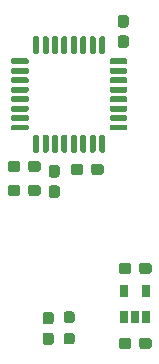
<source format=gtp>
%TF.GenerationSoftware,KiCad,Pcbnew,(5.1.10)-1*%
%TF.CreationDate,2021-10-10T23:46:45-04:00*%
%TF.ProjectId,STM_SimpleBreakout,53544d5f-5369-46d7-906c-65427265616b,rev?*%
%TF.SameCoordinates,Original*%
%TF.FileFunction,Paste,Top*%
%TF.FilePolarity,Positive*%
%FSLAX46Y46*%
G04 Gerber Fmt 4.6, Leading zero omitted, Abs format (unit mm)*
G04 Created by KiCad (PCBNEW (5.1.10)-1) date 2021-10-10 23:46:45*
%MOMM*%
%LPD*%
G01*
G04 APERTURE LIST*
%ADD10R,0.650000X1.060000*%
G04 APERTURE END LIST*
%TO.C,R1*%
G36*
G01*
X163084500Y-113156000D02*
X163559500Y-113156000D01*
G75*
G02*
X163797000Y-113393500I0J-237500D01*
G01*
X163797000Y-113893500D01*
G75*
G02*
X163559500Y-114131000I-237500J0D01*
G01*
X163084500Y-114131000D01*
G75*
G02*
X162847000Y-113893500I0J237500D01*
G01*
X162847000Y-113393500D01*
G75*
G02*
X163084500Y-113156000I237500J0D01*
G01*
G37*
G36*
G01*
X163084500Y-111331000D02*
X163559500Y-111331000D01*
G75*
G02*
X163797000Y-111568500I0J-237500D01*
G01*
X163797000Y-112068500D01*
G75*
G02*
X163559500Y-112306000I-237500J0D01*
G01*
X163084500Y-112306000D01*
G75*
G02*
X162847000Y-112068500I0J237500D01*
G01*
X162847000Y-111568500D01*
G75*
G02*
X163084500Y-111331000I237500J0D01*
G01*
G37*
%TD*%
%TO.C,D1*%
G36*
G01*
X161306500Y-113126000D02*
X161781500Y-113126000D01*
G75*
G02*
X162019000Y-113363500I0J-237500D01*
G01*
X162019000Y-113938500D01*
G75*
G02*
X161781500Y-114176000I-237500J0D01*
G01*
X161306500Y-114176000D01*
G75*
G02*
X161069000Y-113938500I0J237500D01*
G01*
X161069000Y-113363500D01*
G75*
G02*
X161306500Y-113126000I237500J0D01*
G01*
G37*
G36*
G01*
X161306500Y-111376000D02*
X161781500Y-111376000D01*
G75*
G02*
X162019000Y-111613500I0J-237500D01*
G01*
X162019000Y-112188500D01*
G75*
G02*
X161781500Y-112426000I-237500J0D01*
G01*
X161306500Y-112426000D01*
G75*
G02*
X161069000Y-112188500I0J237500D01*
G01*
X161069000Y-111613500D01*
G75*
G02*
X161306500Y-111376000I237500J0D01*
G01*
G37*
%TD*%
%TO.C,U2*%
G36*
G01*
X159772000Y-96014000D02*
X158522000Y-96014000D01*
G75*
G02*
X158397000Y-95889000I0J125000D01*
G01*
X158397000Y-95639000D01*
G75*
G02*
X158522000Y-95514000I125000J0D01*
G01*
X159772000Y-95514000D01*
G75*
G02*
X159897000Y-95639000I0J-125000D01*
G01*
X159897000Y-95889000D01*
G75*
G02*
X159772000Y-96014000I-125000J0D01*
G01*
G37*
G36*
G01*
X159772000Y-95214000D02*
X158522000Y-95214000D01*
G75*
G02*
X158397000Y-95089000I0J125000D01*
G01*
X158397000Y-94839000D01*
G75*
G02*
X158522000Y-94714000I125000J0D01*
G01*
X159772000Y-94714000D01*
G75*
G02*
X159897000Y-94839000I0J-125000D01*
G01*
X159897000Y-95089000D01*
G75*
G02*
X159772000Y-95214000I-125000J0D01*
G01*
G37*
G36*
G01*
X159772000Y-94414000D02*
X158522000Y-94414000D01*
G75*
G02*
X158397000Y-94289000I0J125000D01*
G01*
X158397000Y-94039000D01*
G75*
G02*
X158522000Y-93914000I125000J0D01*
G01*
X159772000Y-93914000D01*
G75*
G02*
X159897000Y-94039000I0J-125000D01*
G01*
X159897000Y-94289000D01*
G75*
G02*
X159772000Y-94414000I-125000J0D01*
G01*
G37*
G36*
G01*
X159772000Y-93614000D02*
X158522000Y-93614000D01*
G75*
G02*
X158397000Y-93489000I0J125000D01*
G01*
X158397000Y-93239000D01*
G75*
G02*
X158522000Y-93114000I125000J0D01*
G01*
X159772000Y-93114000D01*
G75*
G02*
X159897000Y-93239000I0J-125000D01*
G01*
X159897000Y-93489000D01*
G75*
G02*
X159772000Y-93614000I-125000J0D01*
G01*
G37*
G36*
G01*
X159772000Y-92814000D02*
X158522000Y-92814000D01*
G75*
G02*
X158397000Y-92689000I0J125000D01*
G01*
X158397000Y-92439000D01*
G75*
G02*
X158522000Y-92314000I125000J0D01*
G01*
X159772000Y-92314000D01*
G75*
G02*
X159897000Y-92439000I0J-125000D01*
G01*
X159897000Y-92689000D01*
G75*
G02*
X159772000Y-92814000I-125000J0D01*
G01*
G37*
G36*
G01*
X159772000Y-92014000D02*
X158522000Y-92014000D01*
G75*
G02*
X158397000Y-91889000I0J125000D01*
G01*
X158397000Y-91639000D01*
G75*
G02*
X158522000Y-91514000I125000J0D01*
G01*
X159772000Y-91514000D01*
G75*
G02*
X159897000Y-91639000I0J-125000D01*
G01*
X159897000Y-91889000D01*
G75*
G02*
X159772000Y-92014000I-125000J0D01*
G01*
G37*
G36*
G01*
X159772000Y-91214000D02*
X158522000Y-91214000D01*
G75*
G02*
X158397000Y-91089000I0J125000D01*
G01*
X158397000Y-90839000D01*
G75*
G02*
X158522000Y-90714000I125000J0D01*
G01*
X159772000Y-90714000D01*
G75*
G02*
X159897000Y-90839000I0J-125000D01*
G01*
X159897000Y-91089000D01*
G75*
G02*
X159772000Y-91214000I-125000J0D01*
G01*
G37*
G36*
G01*
X159772000Y-90414000D02*
X158522000Y-90414000D01*
G75*
G02*
X158397000Y-90289000I0J125000D01*
G01*
X158397000Y-90039000D01*
G75*
G02*
X158522000Y-89914000I125000J0D01*
G01*
X159772000Y-89914000D01*
G75*
G02*
X159897000Y-90039000I0J-125000D01*
G01*
X159897000Y-90289000D01*
G75*
G02*
X159772000Y-90414000I-125000J0D01*
G01*
G37*
G36*
G01*
X160647000Y-89539000D02*
X160397000Y-89539000D01*
G75*
G02*
X160272000Y-89414000I0J125000D01*
G01*
X160272000Y-88164000D01*
G75*
G02*
X160397000Y-88039000I125000J0D01*
G01*
X160647000Y-88039000D01*
G75*
G02*
X160772000Y-88164000I0J-125000D01*
G01*
X160772000Y-89414000D01*
G75*
G02*
X160647000Y-89539000I-125000J0D01*
G01*
G37*
G36*
G01*
X161447000Y-89539000D02*
X161197000Y-89539000D01*
G75*
G02*
X161072000Y-89414000I0J125000D01*
G01*
X161072000Y-88164000D01*
G75*
G02*
X161197000Y-88039000I125000J0D01*
G01*
X161447000Y-88039000D01*
G75*
G02*
X161572000Y-88164000I0J-125000D01*
G01*
X161572000Y-89414000D01*
G75*
G02*
X161447000Y-89539000I-125000J0D01*
G01*
G37*
G36*
G01*
X162247000Y-89539000D02*
X161997000Y-89539000D01*
G75*
G02*
X161872000Y-89414000I0J125000D01*
G01*
X161872000Y-88164000D01*
G75*
G02*
X161997000Y-88039000I125000J0D01*
G01*
X162247000Y-88039000D01*
G75*
G02*
X162372000Y-88164000I0J-125000D01*
G01*
X162372000Y-89414000D01*
G75*
G02*
X162247000Y-89539000I-125000J0D01*
G01*
G37*
G36*
G01*
X163047000Y-89539000D02*
X162797000Y-89539000D01*
G75*
G02*
X162672000Y-89414000I0J125000D01*
G01*
X162672000Y-88164000D01*
G75*
G02*
X162797000Y-88039000I125000J0D01*
G01*
X163047000Y-88039000D01*
G75*
G02*
X163172000Y-88164000I0J-125000D01*
G01*
X163172000Y-89414000D01*
G75*
G02*
X163047000Y-89539000I-125000J0D01*
G01*
G37*
G36*
G01*
X163847000Y-89539000D02*
X163597000Y-89539000D01*
G75*
G02*
X163472000Y-89414000I0J125000D01*
G01*
X163472000Y-88164000D01*
G75*
G02*
X163597000Y-88039000I125000J0D01*
G01*
X163847000Y-88039000D01*
G75*
G02*
X163972000Y-88164000I0J-125000D01*
G01*
X163972000Y-89414000D01*
G75*
G02*
X163847000Y-89539000I-125000J0D01*
G01*
G37*
G36*
G01*
X164647000Y-89539000D02*
X164397000Y-89539000D01*
G75*
G02*
X164272000Y-89414000I0J125000D01*
G01*
X164272000Y-88164000D01*
G75*
G02*
X164397000Y-88039000I125000J0D01*
G01*
X164647000Y-88039000D01*
G75*
G02*
X164772000Y-88164000I0J-125000D01*
G01*
X164772000Y-89414000D01*
G75*
G02*
X164647000Y-89539000I-125000J0D01*
G01*
G37*
G36*
G01*
X165447000Y-89539000D02*
X165197000Y-89539000D01*
G75*
G02*
X165072000Y-89414000I0J125000D01*
G01*
X165072000Y-88164000D01*
G75*
G02*
X165197000Y-88039000I125000J0D01*
G01*
X165447000Y-88039000D01*
G75*
G02*
X165572000Y-88164000I0J-125000D01*
G01*
X165572000Y-89414000D01*
G75*
G02*
X165447000Y-89539000I-125000J0D01*
G01*
G37*
G36*
G01*
X166247000Y-89539000D02*
X165997000Y-89539000D01*
G75*
G02*
X165872000Y-89414000I0J125000D01*
G01*
X165872000Y-88164000D01*
G75*
G02*
X165997000Y-88039000I125000J0D01*
G01*
X166247000Y-88039000D01*
G75*
G02*
X166372000Y-88164000I0J-125000D01*
G01*
X166372000Y-89414000D01*
G75*
G02*
X166247000Y-89539000I-125000J0D01*
G01*
G37*
G36*
G01*
X168122000Y-90414000D02*
X166872000Y-90414000D01*
G75*
G02*
X166747000Y-90289000I0J125000D01*
G01*
X166747000Y-90039000D01*
G75*
G02*
X166872000Y-89914000I125000J0D01*
G01*
X168122000Y-89914000D01*
G75*
G02*
X168247000Y-90039000I0J-125000D01*
G01*
X168247000Y-90289000D01*
G75*
G02*
X168122000Y-90414000I-125000J0D01*
G01*
G37*
G36*
G01*
X168122000Y-91214000D02*
X166872000Y-91214000D01*
G75*
G02*
X166747000Y-91089000I0J125000D01*
G01*
X166747000Y-90839000D01*
G75*
G02*
X166872000Y-90714000I125000J0D01*
G01*
X168122000Y-90714000D01*
G75*
G02*
X168247000Y-90839000I0J-125000D01*
G01*
X168247000Y-91089000D01*
G75*
G02*
X168122000Y-91214000I-125000J0D01*
G01*
G37*
G36*
G01*
X168122000Y-92014000D02*
X166872000Y-92014000D01*
G75*
G02*
X166747000Y-91889000I0J125000D01*
G01*
X166747000Y-91639000D01*
G75*
G02*
X166872000Y-91514000I125000J0D01*
G01*
X168122000Y-91514000D01*
G75*
G02*
X168247000Y-91639000I0J-125000D01*
G01*
X168247000Y-91889000D01*
G75*
G02*
X168122000Y-92014000I-125000J0D01*
G01*
G37*
G36*
G01*
X168122000Y-92814000D02*
X166872000Y-92814000D01*
G75*
G02*
X166747000Y-92689000I0J125000D01*
G01*
X166747000Y-92439000D01*
G75*
G02*
X166872000Y-92314000I125000J0D01*
G01*
X168122000Y-92314000D01*
G75*
G02*
X168247000Y-92439000I0J-125000D01*
G01*
X168247000Y-92689000D01*
G75*
G02*
X168122000Y-92814000I-125000J0D01*
G01*
G37*
G36*
G01*
X168122000Y-93614000D02*
X166872000Y-93614000D01*
G75*
G02*
X166747000Y-93489000I0J125000D01*
G01*
X166747000Y-93239000D01*
G75*
G02*
X166872000Y-93114000I125000J0D01*
G01*
X168122000Y-93114000D01*
G75*
G02*
X168247000Y-93239000I0J-125000D01*
G01*
X168247000Y-93489000D01*
G75*
G02*
X168122000Y-93614000I-125000J0D01*
G01*
G37*
G36*
G01*
X168122000Y-94414000D02*
X166872000Y-94414000D01*
G75*
G02*
X166747000Y-94289000I0J125000D01*
G01*
X166747000Y-94039000D01*
G75*
G02*
X166872000Y-93914000I125000J0D01*
G01*
X168122000Y-93914000D01*
G75*
G02*
X168247000Y-94039000I0J-125000D01*
G01*
X168247000Y-94289000D01*
G75*
G02*
X168122000Y-94414000I-125000J0D01*
G01*
G37*
G36*
G01*
X168122000Y-95214000D02*
X166872000Y-95214000D01*
G75*
G02*
X166747000Y-95089000I0J125000D01*
G01*
X166747000Y-94839000D01*
G75*
G02*
X166872000Y-94714000I125000J0D01*
G01*
X168122000Y-94714000D01*
G75*
G02*
X168247000Y-94839000I0J-125000D01*
G01*
X168247000Y-95089000D01*
G75*
G02*
X168122000Y-95214000I-125000J0D01*
G01*
G37*
G36*
G01*
X168122000Y-96014000D02*
X166872000Y-96014000D01*
G75*
G02*
X166747000Y-95889000I0J125000D01*
G01*
X166747000Y-95639000D01*
G75*
G02*
X166872000Y-95514000I125000J0D01*
G01*
X168122000Y-95514000D01*
G75*
G02*
X168247000Y-95639000I0J-125000D01*
G01*
X168247000Y-95889000D01*
G75*
G02*
X168122000Y-96014000I-125000J0D01*
G01*
G37*
G36*
G01*
X166247000Y-97889000D02*
X165997000Y-97889000D01*
G75*
G02*
X165872000Y-97764000I0J125000D01*
G01*
X165872000Y-96514000D01*
G75*
G02*
X165997000Y-96389000I125000J0D01*
G01*
X166247000Y-96389000D01*
G75*
G02*
X166372000Y-96514000I0J-125000D01*
G01*
X166372000Y-97764000D01*
G75*
G02*
X166247000Y-97889000I-125000J0D01*
G01*
G37*
G36*
G01*
X165447000Y-97889000D02*
X165197000Y-97889000D01*
G75*
G02*
X165072000Y-97764000I0J125000D01*
G01*
X165072000Y-96514000D01*
G75*
G02*
X165197000Y-96389000I125000J0D01*
G01*
X165447000Y-96389000D01*
G75*
G02*
X165572000Y-96514000I0J-125000D01*
G01*
X165572000Y-97764000D01*
G75*
G02*
X165447000Y-97889000I-125000J0D01*
G01*
G37*
G36*
G01*
X164647000Y-97889000D02*
X164397000Y-97889000D01*
G75*
G02*
X164272000Y-97764000I0J125000D01*
G01*
X164272000Y-96514000D01*
G75*
G02*
X164397000Y-96389000I125000J0D01*
G01*
X164647000Y-96389000D01*
G75*
G02*
X164772000Y-96514000I0J-125000D01*
G01*
X164772000Y-97764000D01*
G75*
G02*
X164647000Y-97889000I-125000J0D01*
G01*
G37*
G36*
G01*
X163847000Y-97889000D02*
X163597000Y-97889000D01*
G75*
G02*
X163472000Y-97764000I0J125000D01*
G01*
X163472000Y-96514000D01*
G75*
G02*
X163597000Y-96389000I125000J0D01*
G01*
X163847000Y-96389000D01*
G75*
G02*
X163972000Y-96514000I0J-125000D01*
G01*
X163972000Y-97764000D01*
G75*
G02*
X163847000Y-97889000I-125000J0D01*
G01*
G37*
G36*
G01*
X163047000Y-97889000D02*
X162797000Y-97889000D01*
G75*
G02*
X162672000Y-97764000I0J125000D01*
G01*
X162672000Y-96514000D01*
G75*
G02*
X162797000Y-96389000I125000J0D01*
G01*
X163047000Y-96389000D01*
G75*
G02*
X163172000Y-96514000I0J-125000D01*
G01*
X163172000Y-97764000D01*
G75*
G02*
X163047000Y-97889000I-125000J0D01*
G01*
G37*
G36*
G01*
X162247000Y-97889000D02*
X161997000Y-97889000D01*
G75*
G02*
X161872000Y-97764000I0J125000D01*
G01*
X161872000Y-96514000D01*
G75*
G02*
X161997000Y-96389000I125000J0D01*
G01*
X162247000Y-96389000D01*
G75*
G02*
X162372000Y-96514000I0J-125000D01*
G01*
X162372000Y-97764000D01*
G75*
G02*
X162247000Y-97889000I-125000J0D01*
G01*
G37*
G36*
G01*
X161447000Y-97889000D02*
X161197000Y-97889000D01*
G75*
G02*
X161072000Y-97764000I0J125000D01*
G01*
X161072000Y-96514000D01*
G75*
G02*
X161197000Y-96389000I125000J0D01*
G01*
X161447000Y-96389000D01*
G75*
G02*
X161572000Y-96514000I0J-125000D01*
G01*
X161572000Y-97764000D01*
G75*
G02*
X161447000Y-97889000I-125000J0D01*
G01*
G37*
G36*
G01*
X160647000Y-97889000D02*
X160397000Y-97889000D01*
G75*
G02*
X160272000Y-97764000I0J125000D01*
G01*
X160272000Y-96514000D01*
G75*
G02*
X160397000Y-96389000I125000J0D01*
G01*
X160647000Y-96389000D01*
G75*
G02*
X160772000Y-96514000I0J-125000D01*
G01*
X160772000Y-97764000D01*
G75*
G02*
X160647000Y-97889000I-125000J0D01*
G01*
G37*
%TD*%
D10*
%TO.C,U1*%
X167960000Y-109644000D03*
X169860000Y-109644000D03*
X169860000Y-111844000D03*
X168910000Y-111844000D03*
X167960000Y-111844000D03*
%TD*%
%TO.C,C7*%
G36*
G01*
X167656500Y-87955000D02*
X168131500Y-87955000D01*
G75*
G02*
X168369000Y-88192500I0J-237500D01*
G01*
X168369000Y-88792500D01*
G75*
G02*
X168131500Y-89030000I-237500J0D01*
G01*
X167656500Y-89030000D01*
G75*
G02*
X167419000Y-88792500I0J237500D01*
G01*
X167419000Y-88192500D01*
G75*
G02*
X167656500Y-87955000I237500J0D01*
G01*
G37*
G36*
G01*
X167656500Y-86230000D02*
X168131500Y-86230000D01*
G75*
G02*
X168369000Y-86467500I0J-237500D01*
G01*
X168369000Y-87067500D01*
G75*
G02*
X168131500Y-87305000I-237500J0D01*
G01*
X167656500Y-87305000D01*
G75*
G02*
X167419000Y-87067500I0J237500D01*
G01*
X167419000Y-86467500D01*
G75*
G02*
X167656500Y-86230000I237500J0D01*
G01*
G37*
%TD*%
%TO.C,C6*%
G36*
G01*
X159837000Y-99297500D02*
X159837000Y-98822500D01*
G75*
G02*
X160074500Y-98585000I237500J0D01*
G01*
X160674500Y-98585000D01*
G75*
G02*
X160912000Y-98822500I0J-237500D01*
G01*
X160912000Y-99297500D01*
G75*
G02*
X160674500Y-99535000I-237500J0D01*
G01*
X160074500Y-99535000D01*
G75*
G02*
X159837000Y-99297500I0J237500D01*
G01*
G37*
G36*
G01*
X158112000Y-99297500D02*
X158112000Y-98822500D01*
G75*
G02*
X158349500Y-98585000I237500J0D01*
G01*
X158949500Y-98585000D01*
G75*
G02*
X159187000Y-98822500I0J-237500D01*
G01*
X159187000Y-99297500D01*
G75*
G02*
X158949500Y-99535000I-237500J0D01*
G01*
X158349500Y-99535000D01*
G75*
G02*
X158112000Y-99297500I0J237500D01*
G01*
G37*
%TD*%
%TO.C,C5*%
G36*
G01*
X164521000Y-99076500D02*
X164521000Y-99551500D01*
G75*
G02*
X164283500Y-99789000I-237500J0D01*
G01*
X163683500Y-99789000D01*
G75*
G02*
X163446000Y-99551500I0J237500D01*
G01*
X163446000Y-99076500D01*
G75*
G02*
X163683500Y-98839000I237500J0D01*
G01*
X164283500Y-98839000D01*
G75*
G02*
X164521000Y-99076500I0J-237500D01*
G01*
G37*
G36*
G01*
X166246000Y-99076500D02*
X166246000Y-99551500D01*
G75*
G02*
X166008500Y-99789000I-237500J0D01*
G01*
X165408500Y-99789000D01*
G75*
G02*
X165171000Y-99551500I0J237500D01*
G01*
X165171000Y-99076500D01*
G75*
G02*
X165408500Y-98839000I237500J0D01*
G01*
X166008500Y-98839000D01*
G75*
G02*
X166246000Y-99076500I0J-237500D01*
G01*
G37*
%TD*%
%TO.C,C4*%
G36*
G01*
X159837000Y-101329500D02*
X159837000Y-100854500D01*
G75*
G02*
X160074500Y-100617000I237500J0D01*
G01*
X160674500Y-100617000D01*
G75*
G02*
X160912000Y-100854500I0J-237500D01*
G01*
X160912000Y-101329500D01*
G75*
G02*
X160674500Y-101567000I-237500J0D01*
G01*
X160074500Y-101567000D01*
G75*
G02*
X159837000Y-101329500I0J237500D01*
G01*
G37*
G36*
G01*
X158112000Y-101329500D02*
X158112000Y-100854500D01*
G75*
G02*
X158349500Y-100617000I237500J0D01*
G01*
X158949500Y-100617000D01*
G75*
G02*
X159187000Y-100854500I0J-237500D01*
G01*
X159187000Y-101329500D01*
G75*
G02*
X158949500Y-101567000I-237500J0D01*
G01*
X158349500Y-101567000D01*
G75*
G02*
X158112000Y-101329500I0J237500D01*
G01*
G37*
%TD*%
%TO.C,C3*%
G36*
G01*
X162289500Y-100005000D02*
X161814500Y-100005000D01*
G75*
G02*
X161577000Y-99767500I0J237500D01*
G01*
X161577000Y-99167500D01*
G75*
G02*
X161814500Y-98930000I237500J0D01*
G01*
X162289500Y-98930000D01*
G75*
G02*
X162527000Y-99167500I0J-237500D01*
G01*
X162527000Y-99767500D01*
G75*
G02*
X162289500Y-100005000I-237500J0D01*
G01*
G37*
G36*
G01*
X162289500Y-101730000D02*
X161814500Y-101730000D01*
G75*
G02*
X161577000Y-101492500I0J237500D01*
G01*
X161577000Y-100892500D01*
G75*
G02*
X161814500Y-100655000I237500J0D01*
G01*
X162289500Y-100655000D01*
G75*
G02*
X162527000Y-100892500I0J-237500D01*
G01*
X162527000Y-101492500D01*
G75*
G02*
X162289500Y-101730000I-237500J0D01*
G01*
G37*
%TD*%
%TO.C,C2*%
G36*
G01*
X169235000Y-107933500D02*
X169235000Y-107458500D01*
G75*
G02*
X169472500Y-107221000I237500J0D01*
G01*
X170072500Y-107221000D01*
G75*
G02*
X170310000Y-107458500I0J-237500D01*
G01*
X170310000Y-107933500D01*
G75*
G02*
X170072500Y-108171000I-237500J0D01*
G01*
X169472500Y-108171000D01*
G75*
G02*
X169235000Y-107933500I0J237500D01*
G01*
G37*
G36*
G01*
X167510000Y-107933500D02*
X167510000Y-107458500D01*
G75*
G02*
X167747500Y-107221000I237500J0D01*
G01*
X168347500Y-107221000D01*
G75*
G02*
X168585000Y-107458500I0J-237500D01*
G01*
X168585000Y-107933500D01*
G75*
G02*
X168347500Y-108171000I-237500J0D01*
G01*
X167747500Y-108171000D01*
G75*
G02*
X167510000Y-107933500I0J237500D01*
G01*
G37*
%TD*%
%TO.C,C1*%
G36*
G01*
X169235000Y-114283500D02*
X169235000Y-113808500D01*
G75*
G02*
X169472500Y-113571000I237500J0D01*
G01*
X170072500Y-113571000D01*
G75*
G02*
X170310000Y-113808500I0J-237500D01*
G01*
X170310000Y-114283500D01*
G75*
G02*
X170072500Y-114521000I-237500J0D01*
G01*
X169472500Y-114521000D01*
G75*
G02*
X169235000Y-114283500I0J237500D01*
G01*
G37*
G36*
G01*
X167510000Y-114283500D02*
X167510000Y-113808500D01*
G75*
G02*
X167747500Y-113571000I237500J0D01*
G01*
X168347500Y-113571000D01*
G75*
G02*
X168585000Y-113808500I0J-237500D01*
G01*
X168585000Y-114283500D01*
G75*
G02*
X168347500Y-114521000I-237500J0D01*
G01*
X167747500Y-114521000D01*
G75*
G02*
X167510000Y-114283500I0J237500D01*
G01*
G37*
%TD*%
M02*

</source>
